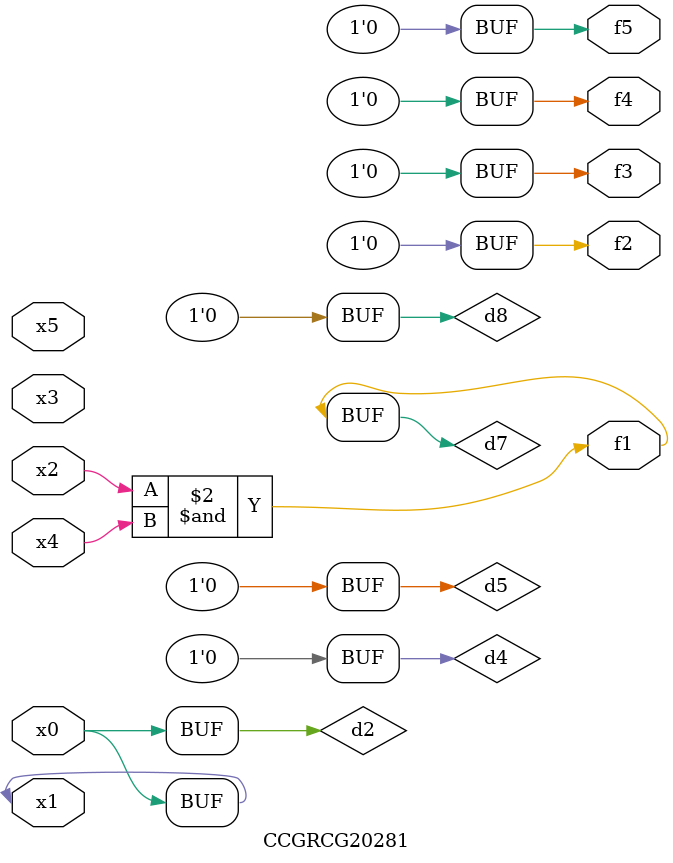
<source format=v>
module CCGRCG20281(
	input x0, x1, x2, x3, x4, x5,
	output f1, f2, f3, f4, f5
);

	wire d1, d2, d3, d4, d5, d6, d7, d8, d9;

	nand (d1, x1);
	buf (d2, x0, x1);
	nand (d3, x2, x4);
	and (d4, d1, d2);
	and (d5, d1, d2);
	nand (d6, d1, d3);
	not (d7, d3);
	xor (d8, d5);
	nor (d9, d5, d6);
	assign f1 = d7;
	assign f2 = d8;
	assign f3 = d8;
	assign f4 = d8;
	assign f5 = d8;
endmodule

</source>
